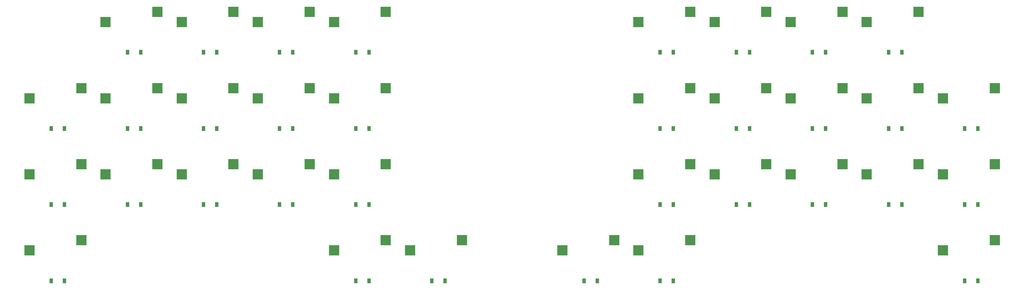
<source format=gbr>
%TF.GenerationSoftware,KiCad,Pcbnew,9.0.1*%
%TF.CreationDate,2025-05-09T00:25:46+02:00*%
%TF.ProjectId,cmrk,636d726b-2e6b-4696-9361-645f70636258,v1.0.0*%
%TF.SameCoordinates,Original*%
%TF.FileFunction,Paste,Bot*%
%TF.FilePolarity,Positive*%
%FSLAX46Y46*%
G04 Gerber Fmt 4.6, Leading zero omitted, Abs format (unit mm)*
G04 Created by KiCad (PCBNEW 9.0.1) date 2025-05-09 00:25:46*
%MOMM*%
%LPD*%
G01*
G04 APERTURE LIST*
%ADD10R,2.550000X2.500000*%
%ADD11R,0.900000X1.200000*%
G04 APERTURE END LIST*
D10*
%TO.C,S22*%
X301915000Y-59460000D03*
X314842000Y-56920000D03*
%TD*%
%TO.C,S19*%
X320915000Y-78460000D03*
X333842000Y-75920000D03*
%TD*%
%TO.C,S18*%
X320915000Y-97460000D03*
X333842000Y-94920000D03*
%TD*%
D11*
%TO.C,D22*%
X307350000Y-67000000D03*
X310650000Y-67000000D03*
%TD*%
%TO.C,D10*%
X155350000Y-86000000D03*
X158650000Y-86000000D03*
%TD*%
%TO.C,D24*%
X288350000Y-86000000D03*
X291650000Y-86000000D03*
%TD*%
%TO.C,D9*%
X136350000Y-48000000D03*
X139650000Y-48000000D03*
%TD*%
%TO.C,D20*%
X326350000Y-67000000D03*
X329650000Y-67000000D03*
%TD*%
%TO.C,D33*%
X250350000Y-105000000D03*
X253650000Y-105000000D03*
%TD*%
D10*
%TO.C,S10*%
X149915000Y-78460000D03*
X162842000Y-75920000D03*
%TD*%
D11*
%TO.C,D29*%
X269350000Y-48000000D03*
X272650000Y-48000000D03*
%TD*%
D10*
%TO.C,S34*%
X225915000Y-97460000D03*
X238842000Y-94920000D03*
%TD*%
%TO.C,S6*%
X111915000Y-40460000D03*
X124842000Y-37920000D03*
%TD*%
%TO.C,S9*%
X130915000Y-40460000D03*
X143842000Y-37920000D03*
%TD*%
D11*
%TO.C,D18*%
X326350000Y-105000000D03*
X329650000Y-105000000D03*
%TD*%
D10*
%TO.C,S23*%
X301915000Y-40460000D03*
X314842000Y-37920000D03*
%TD*%
D11*
%TO.C,D23*%
X307350000Y-48000000D03*
X310650000Y-48000000D03*
%TD*%
D10*
%TO.C,S21*%
X301915000Y-78460000D03*
X314842000Y-75920000D03*
%TD*%
D11*
%TO.C,D5*%
X117350000Y-67000000D03*
X120650000Y-67000000D03*
%TD*%
%TO.C,D26*%
X288350000Y-48000000D03*
X291650000Y-48000000D03*
%TD*%
D10*
%TO.C,S13*%
X168915000Y-78460000D03*
X181842000Y-75920000D03*
%TD*%
%TO.C,S26*%
X282915000Y-40460000D03*
X295842000Y-37920000D03*
%TD*%
%TO.C,S25*%
X282915000Y-59460000D03*
X295842000Y-56920000D03*
%TD*%
D11*
%TO.C,D31*%
X250350000Y-67000000D03*
X253650000Y-67000000D03*
%TD*%
D10*
%TO.C,S5*%
X111915000Y-59460000D03*
X124842000Y-56920000D03*
%TD*%
%TO.C,S2*%
X92915000Y-78460000D03*
X105842000Y-75920000D03*
%TD*%
D11*
%TO.C,D17*%
X193350000Y-105000000D03*
X196650000Y-105000000D03*
%TD*%
%TO.C,D14*%
X174350000Y-67000000D03*
X177650000Y-67000000D03*
%TD*%
D10*
%TO.C,S28*%
X263915000Y-59460000D03*
X276842000Y-56920000D03*
%TD*%
%TO.C,S15*%
X168915000Y-40460000D03*
X181842000Y-37920000D03*
%TD*%
%TO.C,S1*%
X92915000Y-97460000D03*
X105842000Y-94920000D03*
%TD*%
D11*
%TO.C,D19*%
X326350000Y-86000000D03*
X329650000Y-86000000D03*
%TD*%
D10*
%TO.C,S12*%
X149915000Y-40460000D03*
X162842000Y-37920000D03*
%TD*%
D11*
%TO.C,D28*%
X269350000Y-67000000D03*
X272650000Y-67000000D03*
%TD*%
D10*
%TO.C,S29*%
X263915000Y-40460000D03*
X276842000Y-37920000D03*
%TD*%
%TO.C,S14*%
X168915000Y-59460000D03*
X181842000Y-56920000D03*
%TD*%
%TO.C,S24*%
X282915000Y-78460000D03*
X295842000Y-75920000D03*
%TD*%
%TO.C,S20*%
X320915000Y-59460000D03*
X333842000Y-56920000D03*
%TD*%
D11*
%TO.C,D34*%
X231350000Y-105000000D03*
X234650000Y-105000000D03*
%TD*%
%TO.C,D27*%
X269350000Y-86000000D03*
X272650000Y-86000000D03*
%TD*%
%TO.C,D6*%
X117350000Y-48000000D03*
X120650000Y-48000000D03*
%TD*%
%TO.C,D8*%
X136350000Y-67000000D03*
X139650000Y-67000000D03*
%TD*%
D10*
%TO.C,S4*%
X111915000Y-78460000D03*
X124842000Y-75920000D03*
%TD*%
D11*
%TO.C,D30*%
X250350000Y-86000000D03*
X253650000Y-86000000D03*
%TD*%
%TO.C,D11*%
X155350000Y-67000000D03*
X158650000Y-67000000D03*
%TD*%
D10*
%TO.C,S30*%
X244915000Y-78460000D03*
X257842000Y-75920000D03*
%TD*%
D11*
%TO.C,D7*%
X136350000Y-86000000D03*
X139650000Y-86000000D03*
%TD*%
D10*
%TO.C,S16*%
X168915000Y-97460000D03*
X181842000Y-94920000D03*
%TD*%
D11*
%TO.C,D25*%
X288350000Y-67000000D03*
X291650000Y-67000000D03*
%TD*%
%TO.C,D32*%
X250350000Y-48000000D03*
X253650000Y-48000000D03*
%TD*%
%TO.C,D1*%
X98350000Y-105000000D03*
X101650000Y-105000000D03*
%TD*%
D10*
%TO.C,S7*%
X130915000Y-78460000D03*
X143842000Y-75920000D03*
%TD*%
D11*
%TO.C,D21*%
X307350000Y-86000000D03*
X310650000Y-86000000D03*
%TD*%
%TO.C,D13*%
X174350000Y-86000000D03*
X177650000Y-86000000D03*
%TD*%
%TO.C,D3*%
X98350000Y-67000000D03*
X101650000Y-67000000D03*
%TD*%
D10*
%TO.C,S32*%
X244915000Y-40460000D03*
X257842000Y-37920000D03*
%TD*%
%TO.C,S11*%
X149915000Y-59460000D03*
X162842000Y-56920000D03*
%TD*%
D11*
%TO.C,D16*%
X174350000Y-105000000D03*
X177650000Y-105000000D03*
%TD*%
D10*
%TO.C,S33*%
X244915000Y-97460000D03*
X257842000Y-94920000D03*
%TD*%
%TO.C,S27*%
X263915000Y-78460000D03*
X276842000Y-75920000D03*
%TD*%
%TO.C,S8*%
X130915000Y-59460000D03*
X143842000Y-56920000D03*
%TD*%
D11*
%TO.C,D12*%
X155350000Y-48000000D03*
X158650000Y-48000000D03*
%TD*%
%TO.C,D15*%
X174350000Y-48000000D03*
X177650000Y-48000000D03*
%TD*%
D10*
%TO.C,S17*%
X187915000Y-97460000D03*
X200842000Y-94920000D03*
%TD*%
%TO.C,S31*%
X244915000Y-59460000D03*
X257842000Y-56920000D03*
%TD*%
D11*
%TO.C,D2*%
X98350000Y-86000000D03*
X101650000Y-86000000D03*
%TD*%
D10*
%TO.C,S3*%
X92915000Y-59460000D03*
X105842000Y-56920000D03*
%TD*%
D11*
%TO.C,D4*%
X117350000Y-86000000D03*
X120650000Y-86000000D03*
%TD*%
M02*

</source>
